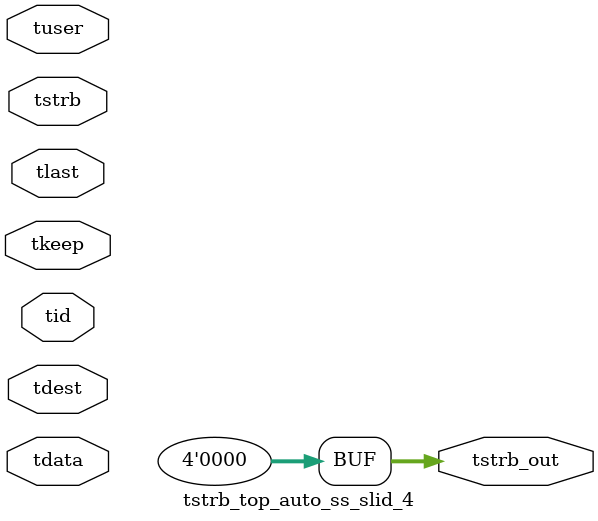
<source format=v>


`timescale 1ps/1ps

module tstrb_top_auto_ss_slid_4 #
(
parameter C_S_AXIS_TDATA_WIDTH = 32,
parameter C_S_AXIS_TUSER_WIDTH = 0,
parameter C_S_AXIS_TID_WIDTH   = 0,
parameter C_S_AXIS_TDEST_WIDTH = 0,
parameter C_M_AXIS_TDATA_WIDTH = 32
)
(
input  [(C_S_AXIS_TDATA_WIDTH == 0 ? 1 : C_S_AXIS_TDATA_WIDTH)-1:0     ] tdata,
input  [(C_S_AXIS_TUSER_WIDTH == 0 ? 1 : C_S_AXIS_TUSER_WIDTH)-1:0     ] tuser,
input  [(C_S_AXIS_TID_WIDTH   == 0 ? 1 : C_S_AXIS_TID_WIDTH)-1:0       ] tid,
input  [(C_S_AXIS_TDEST_WIDTH == 0 ? 1 : C_S_AXIS_TDEST_WIDTH)-1:0     ] tdest,
input  [(C_S_AXIS_TDATA_WIDTH/8)-1:0 ] tkeep,
input  [(C_S_AXIS_TDATA_WIDTH/8)-1:0 ] tstrb,
input                                                                    tlast,
output [(C_M_AXIS_TDATA_WIDTH/8)-1:0 ] tstrb_out
);

assign tstrb_out = {1'b0};

endmodule


</source>
